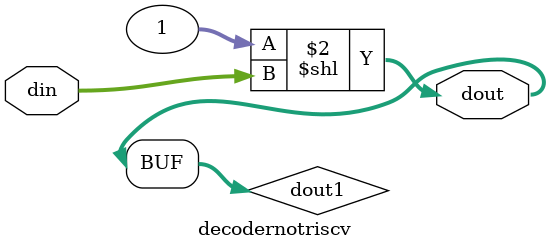
<source format=sv>
module decodernotriscv(input [4:0]din, output [31:0] dout);
int dout1;
always_comb begin
dout1 = 32'b1 << din;
end
assign dout = dout1;
endmodule

</source>
